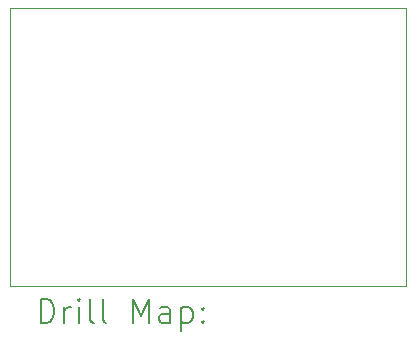
<source format=gbr>
%TF.GenerationSoftware,KiCad,Pcbnew,8.0.8*%
%TF.CreationDate,2025-11-27T21:39:52-05:00*%
%TF.ProjectId,greenenergyecu,67726565-6e65-46e6-9572-67796563752e,rev?*%
%TF.SameCoordinates,Original*%
%TF.FileFunction,Drillmap*%
%TF.FilePolarity,Positive*%
%FSLAX45Y45*%
G04 Gerber Fmt 4.5, Leading zero omitted, Abs format (unit mm)*
G04 Created by KiCad (PCBNEW 8.0.8) date 2025-11-27 21:39:52*
%MOMM*%
%LPD*%
G01*
G04 APERTURE LIST*
%ADD10C,0.050000*%
%ADD11C,0.200000*%
G04 APERTURE END LIST*
D10*
X11600000Y-4750000D02*
X14950000Y-4750000D01*
X14950000Y-7100000D01*
X11600000Y-7100000D01*
X11600000Y-4750000D01*
D11*
X11858277Y-7413984D02*
X11858277Y-7213984D01*
X11858277Y-7213984D02*
X11905896Y-7213984D01*
X11905896Y-7213984D02*
X11934467Y-7223508D01*
X11934467Y-7223508D02*
X11953515Y-7242555D01*
X11953515Y-7242555D02*
X11963039Y-7261603D01*
X11963039Y-7261603D02*
X11972562Y-7299698D01*
X11972562Y-7299698D02*
X11972562Y-7328269D01*
X11972562Y-7328269D02*
X11963039Y-7366365D01*
X11963039Y-7366365D02*
X11953515Y-7385412D01*
X11953515Y-7385412D02*
X11934467Y-7404460D01*
X11934467Y-7404460D02*
X11905896Y-7413984D01*
X11905896Y-7413984D02*
X11858277Y-7413984D01*
X12058277Y-7413984D02*
X12058277Y-7280650D01*
X12058277Y-7318746D02*
X12067801Y-7299698D01*
X12067801Y-7299698D02*
X12077324Y-7290174D01*
X12077324Y-7290174D02*
X12096372Y-7280650D01*
X12096372Y-7280650D02*
X12115420Y-7280650D01*
X12182086Y-7413984D02*
X12182086Y-7280650D01*
X12182086Y-7213984D02*
X12172562Y-7223508D01*
X12172562Y-7223508D02*
X12182086Y-7233031D01*
X12182086Y-7233031D02*
X12191610Y-7223508D01*
X12191610Y-7223508D02*
X12182086Y-7213984D01*
X12182086Y-7213984D02*
X12182086Y-7233031D01*
X12305896Y-7413984D02*
X12286848Y-7404460D01*
X12286848Y-7404460D02*
X12277324Y-7385412D01*
X12277324Y-7385412D02*
X12277324Y-7213984D01*
X12410658Y-7413984D02*
X12391610Y-7404460D01*
X12391610Y-7404460D02*
X12382086Y-7385412D01*
X12382086Y-7385412D02*
X12382086Y-7213984D01*
X12639229Y-7413984D02*
X12639229Y-7213984D01*
X12639229Y-7213984D02*
X12705896Y-7356841D01*
X12705896Y-7356841D02*
X12772562Y-7213984D01*
X12772562Y-7213984D02*
X12772562Y-7413984D01*
X12953515Y-7413984D02*
X12953515Y-7309222D01*
X12953515Y-7309222D02*
X12943991Y-7290174D01*
X12943991Y-7290174D02*
X12924943Y-7280650D01*
X12924943Y-7280650D02*
X12886848Y-7280650D01*
X12886848Y-7280650D02*
X12867801Y-7290174D01*
X12953515Y-7404460D02*
X12934467Y-7413984D01*
X12934467Y-7413984D02*
X12886848Y-7413984D01*
X12886848Y-7413984D02*
X12867801Y-7404460D01*
X12867801Y-7404460D02*
X12858277Y-7385412D01*
X12858277Y-7385412D02*
X12858277Y-7366365D01*
X12858277Y-7366365D02*
X12867801Y-7347317D01*
X12867801Y-7347317D02*
X12886848Y-7337793D01*
X12886848Y-7337793D02*
X12934467Y-7337793D01*
X12934467Y-7337793D02*
X12953515Y-7328269D01*
X13048753Y-7280650D02*
X13048753Y-7480650D01*
X13048753Y-7290174D02*
X13067801Y-7280650D01*
X13067801Y-7280650D02*
X13105896Y-7280650D01*
X13105896Y-7280650D02*
X13124943Y-7290174D01*
X13124943Y-7290174D02*
X13134467Y-7299698D01*
X13134467Y-7299698D02*
X13143991Y-7318746D01*
X13143991Y-7318746D02*
X13143991Y-7375888D01*
X13143991Y-7375888D02*
X13134467Y-7394936D01*
X13134467Y-7394936D02*
X13124943Y-7404460D01*
X13124943Y-7404460D02*
X13105896Y-7413984D01*
X13105896Y-7413984D02*
X13067801Y-7413984D01*
X13067801Y-7413984D02*
X13048753Y-7404460D01*
X13229705Y-7394936D02*
X13239229Y-7404460D01*
X13239229Y-7404460D02*
X13229705Y-7413984D01*
X13229705Y-7413984D02*
X13220182Y-7404460D01*
X13220182Y-7404460D02*
X13229705Y-7394936D01*
X13229705Y-7394936D02*
X13229705Y-7413984D01*
X13229705Y-7290174D02*
X13239229Y-7299698D01*
X13239229Y-7299698D02*
X13229705Y-7309222D01*
X13229705Y-7309222D02*
X13220182Y-7299698D01*
X13220182Y-7299698D02*
X13229705Y-7290174D01*
X13229705Y-7290174D02*
X13229705Y-7309222D01*
M02*

</source>
